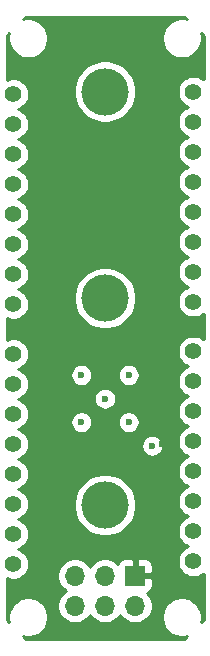
<source format=gbr>
G04 #@! TF.GenerationSoftware,KiCad,Pcbnew,5.1.5-52549c5~84~ubuntu18.04.1*
G04 #@! TF.CreationDate,2020-01-13T21:42:59-08:00*
G04 #@! TF.ProjectId,somos_wristband_1.0,736f6d6f-735f-4777-9269-737462616e64,rev?*
G04 #@! TF.SameCoordinates,Original*
G04 #@! TF.FileFunction,Copper,L3,Inr*
G04 #@! TF.FilePolarity,Positive*
%FSLAX46Y46*%
G04 Gerber Fmt 4.6, Leading zero omitted, Abs format (unit mm)*
G04 Created by KiCad (PCBNEW 5.1.5-52549c5~84~ubuntu18.04.1) date 2020-01-13 21:42:59*
%MOMM*%
%LPD*%
G04 APERTURE LIST*
%ADD10C,4.000000*%
%ADD11C,1.400000*%
%ADD12O,1.700000X1.700000*%
%ADD13R,1.700000X1.700000*%
%ADD14C,0.600000*%
%ADD15C,0.254000*%
G04 APERTURE END LIST*
D10*
X150000000Y-118000000D03*
D11*
X142240000Y-105220000D03*
X142240000Y-107760000D03*
X142240000Y-110300000D03*
X142240000Y-112840000D03*
X142240000Y-115380000D03*
X142240000Y-117920000D03*
X142240000Y-120460000D03*
X142240000Y-123000000D03*
D10*
X150000000Y-83000000D03*
X150000000Y-100500000D03*
D12*
X147460000Y-126540000D03*
X147460000Y-124000000D03*
X150000000Y-126540000D03*
X150000000Y-124000000D03*
X152540000Y-126540000D03*
D13*
X152540000Y-124000000D03*
D11*
X142240000Y-83220000D03*
X142240000Y-85760000D03*
X142240000Y-88300000D03*
X142240000Y-90840000D03*
X142240000Y-93380000D03*
X142240000Y-95920000D03*
X142240000Y-98460000D03*
X142240000Y-101000000D03*
X157480000Y-100780000D03*
X157480000Y-98240000D03*
X157480000Y-95700000D03*
X157480000Y-93160000D03*
X157480000Y-90620000D03*
X157480000Y-88080000D03*
X157480000Y-85540000D03*
X157480000Y-83000000D03*
X157480000Y-122780000D03*
X157480000Y-120240000D03*
X157480000Y-117700000D03*
X157480000Y-115160000D03*
X157480000Y-112620000D03*
X157480000Y-110080000D03*
X157480000Y-107540000D03*
X157480000Y-105000000D03*
D14*
X154800000Y-112800000D03*
X148698159Y-115000000D03*
X152350000Y-114000000D03*
X144970500Y-112014000D03*
X154000000Y-113000000D03*
X150000000Y-109000000D03*
X148000000Y-107000000D03*
X150000000Y-109000000D03*
X152000000Y-107000000D03*
X152000000Y-111000000D03*
X148000000Y-111000000D03*
D15*
G36*
X156935170Y-76868550D02*
G01*
X156665958Y-76815000D01*
X156334042Y-76815000D01*
X156008504Y-76879754D01*
X155701853Y-77006772D01*
X155425875Y-77191175D01*
X155191175Y-77425875D01*
X155006772Y-77701853D01*
X154879754Y-78008504D01*
X154815000Y-78334042D01*
X154815000Y-78665958D01*
X154879754Y-78991496D01*
X155006772Y-79298147D01*
X155191175Y-79574125D01*
X155425875Y-79808825D01*
X155701853Y-79993228D01*
X156008504Y-80120246D01*
X156334042Y-80185000D01*
X156665958Y-80185000D01*
X156991496Y-80120246D01*
X157298147Y-79993228D01*
X157574125Y-79808825D01*
X157808825Y-79574125D01*
X157993228Y-79298147D01*
X158120246Y-78991496D01*
X158185000Y-78665958D01*
X158185000Y-78334042D01*
X158131450Y-78064831D01*
X158340001Y-78273382D01*
X158340001Y-81972026D01*
X158331013Y-81963038D01*
X158112359Y-81816939D01*
X157869405Y-81716304D01*
X157611486Y-81665000D01*
X157348514Y-81665000D01*
X157090595Y-81716304D01*
X156847641Y-81816939D01*
X156628987Y-81963038D01*
X156443038Y-82148987D01*
X156296939Y-82367641D01*
X156196304Y-82610595D01*
X156145000Y-82868514D01*
X156145000Y-83131486D01*
X156196304Y-83389405D01*
X156296939Y-83632359D01*
X156443038Y-83851013D01*
X156628987Y-84036962D01*
X156847641Y-84183061D01*
X157057530Y-84270000D01*
X156847641Y-84356939D01*
X156628987Y-84503038D01*
X156443038Y-84688987D01*
X156296939Y-84907641D01*
X156196304Y-85150595D01*
X156145000Y-85408514D01*
X156145000Y-85671486D01*
X156196304Y-85929405D01*
X156296939Y-86172359D01*
X156443038Y-86391013D01*
X156628987Y-86576962D01*
X156847641Y-86723061D01*
X157057530Y-86810000D01*
X156847641Y-86896939D01*
X156628987Y-87043038D01*
X156443038Y-87228987D01*
X156296939Y-87447641D01*
X156196304Y-87690595D01*
X156145000Y-87948514D01*
X156145000Y-88211486D01*
X156196304Y-88469405D01*
X156296939Y-88712359D01*
X156443038Y-88931013D01*
X156628987Y-89116962D01*
X156847641Y-89263061D01*
X157057530Y-89350000D01*
X156847641Y-89436939D01*
X156628987Y-89583038D01*
X156443038Y-89768987D01*
X156296939Y-89987641D01*
X156196304Y-90230595D01*
X156145000Y-90488514D01*
X156145000Y-90751486D01*
X156196304Y-91009405D01*
X156296939Y-91252359D01*
X156443038Y-91471013D01*
X156628987Y-91656962D01*
X156847641Y-91803061D01*
X157057530Y-91890000D01*
X156847641Y-91976939D01*
X156628987Y-92123038D01*
X156443038Y-92308987D01*
X156296939Y-92527641D01*
X156196304Y-92770595D01*
X156145000Y-93028514D01*
X156145000Y-93291486D01*
X156196304Y-93549405D01*
X156296939Y-93792359D01*
X156443038Y-94011013D01*
X156628987Y-94196962D01*
X156847641Y-94343061D01*
X157057530Y-94430000D01*
X156847641Y-94516939D01*
X156628987Y-94663038D01*
X156443038Y-94848987D01*
X156296939Y-95067641D01*
X156196304Y-95310595D01*
X156145000Y-95568514D01*
X156145000Y-95831486D01*
X156196304Y-96089405D01*
X156296939Y-96332359D01*
X156443038Y-96551013D01*
X156628987Y-96736962D01*
X156847641Y-96883061D01*
X157057530Y-96970000D01*
X156847641Y-97056939D01*
X156628987Y-97203038D01*
X156443038Y-97388987D01*
X156296939Y-97607641D01*
X156196304Y-97850595D01*
X156145000Y-98108514D01*
X156145000Y-98371486D01*
X156196304Y-98629405D01*
X156296939Y-98872359D01*
X156443038Y-99091013D01*
X156628987Y-99276962D01*
X156847641Y-99423061D01*
X157057530Y-99510000D01*
X156847641Y-99596939D01*
X156628987Y-99743038D01*
X156443038Y-99928987D01*
X156296939Y-100147641D01*
X156196304Y-100390595D01*
X156145000Y-100648514D01*
X156145000Y-100911486D01*
X156196304Y-101169405D01*
X156296939Y-101412359D01*
X156443038Y-101631013D01*
X156628987Y-101816962D01*
X156847641Y-101963061D01*
X157090595Y-102063696D01*
X157348514Y-102115000D01*
X157611486Y-102115000D01*
X157869405Y-102063696D01*
X158112359Y-101963061D01*
X158331013Y-101816962D01*
X158340001Y-101807974D01*
X158340000Y-103972025D01*
X158331013Y-103963038D01*
X158112359Y-103816939D01*
X157869405Y-103716304D01*
X157611486Y-103665000D01*
X157348514Y-103665000D01*
X157090595Y-103716304D01*
X156847641Y-103816939D01*
X156628987Y-103963038D01*
X156443038Y-104148987D01*
X156296939Y-104367641D01*
X156196304Y-104610595D01*
X156145000Y-104868514D01*
X156145000Y-105131486D01*
X156196304Y-105389405D01*
X156296939Y-105632359D01*
X156443038Y-105851013D01*
X156628987Y-106036962D01*
X156847641Y-106183061D01*
X157057530Y-106270000D01*
X156847641Y-106356939D01*
X156628987Y-106503038D01*
X156443038Y-106688987D01*
X156296939Y-106907641D01*
X156196304Y-107150595D01*
X156145000Y-107408514D01*
X156145000Y-107671486D01*
X156196304Y-107929405D01*
X156296939Y-108172359D01*
X156443038Y-108391013D01*
X156628987Y-108576962D01*
X156847641Y-108723061D01*
X157057530Y-108810000D01*
X156847641Y-108896939D01*
X156628987Y-109043038D01*
X156443038Y-109228987D01*
X156296939Y-109447641D01*
X156196304Y-109690595D01*
X156145000Y-109948514D01*
X156145000Y-110211486D01*
X156196304Y-110469405D01*
X156296939Y-110712359D01*
X156443038Y-110931013D01*
X156628987Y-111116962D01*
X156847641Y-111263061D01*
X157057530Y-111350000D01*
X156847641Y-111436939D01*
X156628987Y-111583038D01*
X156443038Y-111768987D01*
X156296939Y-111987641D01*
X156196304Y-112230595D01*
X156145000Y-112488514D01*
X156145000Y-112751486D01*
X156196304Y-113009405D01*
X156296939Y-113252359D01*
X156443038Y-113471013D01*
X156628987Y-113656962D01*
X156847641Y-113803061D01*
X157057530Y-113890000D01*
X156847641Y-113976939D01*
X156628987Y-114123038D01*
X156443038Y-114308987D01*
X156296939Y-114527641D01*
X156196304Y-114770595D01*
X156145000Y-115028514D01*
X156145000Y-115291486D01*
X156196304Y-115549405D01*
X156296939Y-115792359D01*
X156443038Y-116011013D01*
X156628987Y-116196962D01*
X156847641Y-116343061D01*
X157057530Y-116430000D01*
X156847641Y-116516939D01*
X156628987Y-116663038D01*
X156443038Y-116848987D01*
X156296939Y-117067641D01*
X156196304Y-117310595D01*
X156145000Y-117568514D01*
X156145000Y-117831486D01*
X156196304Y-118089405D01*
X156296939Y-118332359D01*
X156443038Y-118551013D01*
X156628987Y-118736962D01*
X156847641Y-118883061D01*
X157057530Y-118970000D01*
X156847641Y-119056939D01*
X156628987Y-119203038D01*
X156443038Y-119388987D01*
X156296939Y-119607641D01*
X156196304Y-119850595D01*
X156145000Y-120108514D01*
X156145000Y-120371486D01*
X156196304Y-120629405D01*
X156296939Y-120872359D01*
X156443038Y-121091013D01*
X156628987Y-121276962D01*
X156847641Y-121423061D01*
X157057530Y-121510000D01*
X156847641Y-121596939D01*
X156628987Y-121743038D01*
X156443038Y-121928987D01*
X156296939Y-122147641D01*
X156196304Y-122390595D01*
X156145000Y-122648514D01*
X156145000Y-122911486D01*
X156196304Y-123169405D01*
X156296939Y-123412359D01*
X156443038Y-123631013D01*
X156628987Y-123816962D01*
X156847641Y-123963061D01*
X157090595Y-124063696D01*
X157348514Y-124115000D01*
X157611486Y-124115000D01*
X157869405Y-124063696D01*
X158112359Y-123963061D01*
X158331013Y-123816962D01*
X158340000Y-123807975D01*
X158340000Y-127726619D01*
X158131450Y-127935169D01*
X158185000Y-127665958D01*
X158185000Y-127334042D01*
X158120246Y-127008504D01*
X157993228Y-126701853D01*
X157808825Y-126425875D01*
X157574125Y-126191175D01*
X157298147Y-126006772D01*
X156991496Y-125879754D01*
X156665958Y-125815000D01*
X156334042Y-125815000D01*
X156008504Y-125879754D01*
X155701853Y-126006772D01*
X155425875Y-126191175D01*
X155191175Y-126425875D01*
X155006772Y-126701853D01*
X154879754Y-127008504D01*
X154815000Y-127334042D01*
X154815000Y-127665958D01*
X154879754Y-127991496D01*
X155006772Y-128298147D01*
X155191175Y-128574125D01*
X155425875Y-128808825D01*
X155701853Y-128993228D01*
X156008504Y-129120246D01*
X156334042Y-129185000D01*
X156665958Y-129185000D01*
X156935170Y-129131450D01*
X156726620Y-129340000D01*
X143273381Y-129340000D01*
X143064831Y-129131450D01*
X143334042Y-129185000D01*
X143665958Y-129185000D01*
X143991496Y-129120246D01*
X144298147Y-128993228D01*
X144574125Y-128808825D01*
X144808825Y-128574125D01*
X144993228Y-128298147D01*
X145120246Y-127991496D01*
X145185000Y-127665958D01*
X145185000Y-127334042D01*
X145120246Y-127008504D01*
X144993228Y-126701853D01*
X144808825Y-126425875D01*
X144574125Y-126191175D01*
X144298147Y-126006772D01*
X143991496Y-125879754D01*
X143665958Y-125815000D01*
X143334042Y-125815000D01*
X143008504Y-125879754D01*
X142701853Y-126006772D01*
X142425875Y-126191175D01*
X142191175Y-126425875D01*
X142006772Y-126701853D01*
X141879754Y-127008504D01*
X141815000Y-127334042D01*
X141815000Y-127665958D01*
X141868550Y-127935170D01*
X141660000Y-127726620D01*
X141660000Y-124204749D01*
X141850595Y-124283696D01*
X142108514Y-124335000D01*
X142371486Y-124335000D01*
X142629405Y-124283696D01*
X142872359Y-124183061D01*
X143091013Y-124036962D01*
X143274235Y-123853740D01*
X145975000Y-123853740D01*
X145975000Y-124146260D01*
X146032068Y-124433158D01*
X146144010Y-124703411D01*
X146306525Y-124946632D01*
X146513368Y-125153475D01*
X146687760Y-125270000D01*
X146513368Y-125386525D01*
X146306525Y-125593368D01*
X146144010Y-125836589D01*
X146032068Y-126106842D01*
X145975000Y-126393740D01*
X145975000Y-126686260D01*
X146032068Y-126973158D01*
X146144010Y-127243411D01*
X146306525Y-127486632D01*
X146513368Y-127693475D01*
X146756589Y-127855990D01*
X147026842Y-127967932D01*
X147313740Y-128025000D01*
X147606260Y-128025000D01*
X147893158Y-127967932D01*
X148163411Y-127855990D01*
X148406632Y-127693475D01*
X148613475Y-127486632D01*
X148730000Y-127312240D01*
X148846525Y-127486632D01*
X149053368Y-127693475D01*
X149296589Y-127855990D01*
X149566842Y-127967932D01*
X149853740Y-128025000D01*
X150146260Y-128025000D01*
X150433158Y-127967932D01*
X150703411Y-127855990D01*
X150946632Y-127693475D01*
X151153475Y-127486632D01*
X151270000Y-127312240D01*
X151386525Y-127486632D01*
X151593368Y-127693475D01*
X151836589Y-127855990D01*
X152106842Y-127967932D01*
X152393740Y-128025000D01*
X152686260Y-128025000D01*
X152973158Y-127967932D01*
X153243411Y-127855990D01*
X153486632Y-127693475D01*
X153693475Y-127486632D01*
X153855990Y-127243411D01*
X153967932Y-126973158D01*
X154025000Y-126686260D01*
X154025000Y-126393740D01*
X153967932Y-126106842D01*
X153855990Y-125836589D01*
X153693475Y-125593368D01*
X153561620Y-125461513D01*
X153634180Y-125439502D01*
X153744494Y-125380537D01*
X153841185Y-125301185D01*
X153920537Y-125204494D01*
X153979502Y-125094180D01*
X154015812Y-124974482D01*
X154028072Y-124850000D01*
X154025000Y-124285750D01*
X153866250Y-124127000D01*
X152667000Y-124127000D01*
X152667000Y-124147000D01*
X152413000Y-124147000D01*
X152413000Y-124127000D01*
X152393000Y-124127000D01*
X152393000Y-123873000D01*
X152413000Y-123873000D01*
X152413000Y-122673750D01*
X152667000Y-122673750D01*
X152667000Y-123873000D01*
X153866250Y-123873000D01*
X154025000Y-123714250D01*
X154028072Y-123150000D01*
X154015812Y-123025518D01*
X153979502Y-122905820D01*
X153920537Y-122795506D01*
X153841185Y-122698815D01*
X153744494Y-122619463D01*
X153634180Y-122560498D01*
X153514482Y-122524188D01*
X153390000Y-122511928D01*
X152825750Y-122515000D01*
X152667000Y-122673750D01*
X152413000Y-122673750D01*
X152254250Y-122515000D01*
X151690000Y-122511928D01*
X151565518Y-122524188D01*
X151445820Y-122560498D01*
X151335506Y-122619463D01*
X151238815Y-122698815D01*
X151159463Y-122795506D01*
X151100498Y-122905820D01*
X151078487Y-122978380D01*
X150946632Y-122846525D01*
X150703411Y-122684010D01*
X150433158Y-122572068D01*
X150146260Y-122515000D01*
X149853740Y-122515000D01*
X149566842Y-122572068D01*
X149296589Y-122684010D01*
X149053368Y-122846525D01*
X148846525Y-123053368D01*
X148730000Y-123227760D01*
X148613475Y-123053368D01*
X148406632Y-122846525D01*
X148163411Y-122684010D01*
X147893158Y-122572068D01*
X147606260Y-122515000D01*
X147313740Y-122515000D01*
X147026842Y-122572068D01*
X146756589Y-122684010D01*
X146513368Y-122846525D01*
X146306525Y-123053368D01*
X146144010Y-123296589D01*
X146032068Y-123566842D01*
X145975000Y-123853740D01*
X143274235Y-123853740D01*
X143276962Y-123851013D01*
X143423061Y-123632359D01*
X143523696Y-123389405D01*
X143575000Y-123131486D01*
X143575000Y-122868514D01*
X143523696Y-122610595D01*
X143423061Y-122367641D01*
X143276962Y-122148987D01*
X143091013Y-121963038D01*
X142872359Y-121816939D01*
X142662470Y-121730000D01*
X142872359Y-121643061D01*
X143091013Y-121496962D01*
X143276962Y-121311013D01*
X143423061Y-121092359D01*
X143523696Y-120849405D01*
X143575000Y-120591486D01*
X143575000Y-120328514D01*
X143523696Y-120070595D01*
X143423061Y-119827641D01*
X143276962Y-119608987D01*
X143091013Y-119423038D01*
X142872359Y-119276939D01*
X142662470Y-119190000D01*
X142872359Y-119103061D01*
X143091013Y-118956962D01*
X143276962Y-118771013D01*
X143423061Y-118552359D01*
X143523696Y-118309405D01*
X143575000Y-118051486D01*
X143575000Y-117788514D01*
X143565445Y-117740475D01*
X147365000Y-117740475D01*
X147365000Y-118259525D01*
X147466261Y-118768601D01*
X147664893Y-119248141D01*
X147953262Y-119679715D01*
X148320285Y-120046738D01*
X148751859Y-120335107D01*
X149231399Y-120533739D01*
X149740475Y-120635000D01*
X150259525Y-120635000D01*
X150768601Y-120533739D01*
X151248141Y-120335107D01*
X151679715Y-120046738D01*
X152046738Y-119679715D01*
X152335107Y-119248141D01*
X152533739Y-118768601D01*
X152635000Y-118259525D01*
X152635000Y-117740475D01*
X152533739Y-117231399D01*
X152335107Y-116751859D01*
X152046738Y-116320285D01*
X151679715Y-115953262D01*
X151248141Y-115664893D01*
X150768601Y-115466261D01*
X150259525Y-115365000D01*
X149740475Y-115365000D01*
X149231399Y-115466261D01*
X148751859Y-115664893D01*
X148320285Y-115953262D01*
X147953262Y-116320285D01*
X147664893Y-116751859D01*
X147466261Y-117231399D01*
X147365000Y-117740475D01*
X143565445Y-117740475D01*
X143523696Y-117530595D01*
X143423061Y-117287641D01*
X143276962Y-117068987D01*
X143091013Y-116883038D01*
X142872359Y-116736939D01*
X142662470Y-116650000D01*
X142872359Y-116563061D01*
X143091013Y-116416962D01*
X143276962Y-116231013D01*
X143423061Y-116012359D01*
X143523696Y-115769405D01*
X143575000Y-115511486D01*
X143575000Y-115248514D01*
X143523696Y-114990595D01*
X143423061Y-114747641D01*
X143276962Y-114528987D01*
X143091013Y-114343038D01*
X142872359Y-114196939D01*
X142662470Y-114110000D01*
X142872359Y-114023061D01*
X143091013Y-113876962D01*
X143276962Y-113691013D01*
X143423061Y-113472359D01*
X143523696Y-113229405D01*
X143575000Y-112971486D01*
X143575000Y-112907911D01*
X153065000Y-112907911D01*
X153065000Y-113092089D01*
X153100932Y-113272729D01*
X153171414Y-113442889D01*
X153273738Y-113596028D01*
X153403972Y-113726262D01*
X153557111Y-113828586D01*
X153727271Y-113899068D01*
X153907911Y-113935000D01*
X154092089Y-113935000D01*
X154272729Y-113899068D01*
X154442889Y-113828586D01*
X154596028Y-113726262D01*
X154726262Y-113596028D01*
X154828586Y-113442889D01*
X154899068Y-113272729D01*
X154935000Y-113092089D01*
X154935000Y-112907911D01*
X154899068Y-112727271D01*
X154828586Y-112557111D01*
X154726262Y-112403972D01*
X154596028Y-112273738D01*
X154442889Y-112171414D01*
X154272729Y-112100932D01*
X154092089Y-112065000D01*
X153907911Y-112065000D01*
X153727271Y-112100932D01*
X153557111Y-112171414D01*
X153403972Y-112273738D01*
X153273738Y-112403972D01*
X153171414Y-112557111D01*
X153100932Y-112727271D01*
X153065000Y-112907911D01*
X143575000Y-112907911D01*
X143575000Y-112708514D01*
X143523696Y-112450595D01*
X143423061Y-112207641D01*
X143276962Y-111988987D01*
X143091013Y-111803038D01*
X142872359Y-111656939D01*
X142662470Y-111570000D01*
X142872359Y-111483061D01*
X143091013Y-111336962D01*
X143276962Y-111151013D01*
X143423061Y-110932359D01*
X143433187Y-110907911D01*
X147065000Y-110907911D01*
X147065000Y-111092089D01*
X147100932Y-111272729D01*
X147171414Y-111442889D01*
X147273738Y-111596028D01*
X147403972Y-111726262D01*
X147557111Y-111828586D01*
X147727271Y-111899068D01*
X147907911Y-111935000D01*
X148092089Y-111935000D01*
X148272729Y-111899068D01*
X148442889Y-111828586D01*
X148596028Y-111726262D01*
X148726262Y-111596028D01*
X148828586Y-111442889D01*
X148899068Y-111272729D01*
X148935000Y-111092089D01*
X148935000Y-110907911D01*
X151065000Y-110907911D01*
X151065000Y-111092089D01*
X151100932Y-111272729D01*
X151171414Y-111442889D01*
X151273738Y-111596028D01*
X151403972Y-111726262D01*
X151557111Y-111828586D01*
X151727271Y-111899068D01*
X151907911Y-111935000D01*
X152092089Y-111935000D01*
X152272729Y-111899068D01*
X152442889Y-111828586D01*
X152596028Y-111726262D01*
X152726262Y-111596028D01*
X152828586Y-111442889D01*
X152899068Y-111272729D01*
X152935000Y-111092089D01*
X152935000Y-110907911D01*
X152899068Y-110727271D01*
X152828586Y-110557111D01*
X152726262Y-110403972D01*
X152596028Y-110273738D01*
X152442889Y-110171414D01*
X152272729Y-110100932D01*
X152092089Y-110065000D01*
X151907911Y-110065000D01*
X151727271Y-110100932D01*
X151557111Y-110171414D01*
X151403972Y-110273738D01*
X151273738Y-110403972D01*
X151171414Y-110557111D01*
X151100932Y-110727271D01*
X151065000Y-110907911D01*
X148935000Y-110907911D01*
X148899068Y-110727271D01*
X148828586Y-110557111D01*
X148726262Y-110403972D01*
X148596028Y-110273738D01*
X148442889Y-110171414D01*
X148272729Y-110100932D01*
X148092089Y-110065000D01*
X147907911Y-110065000D01*
X147727271Y-110100932D01*
X147557111Y-110171414D01*
X147403972Y-110273738D01*
X147273738Y-110403972D01*
X147171414Y-110557111D01*
X147100932Y-110727271D01*
X147065000Y-110907911D01*
X143433187Y-110907911D01*
X143523696Y-110689405D01*
X143575000Y-110431486D01*
X143575000Y-110168514D01*
X143523696Y-109910595D01*
X143423061Y-109667641D01*
X143276962Y-109448987D01*
X143091013Y-109263038D01*
X142872359Y-109116939D01*
X142662470Y-109030000D01*
X142872359Y-108943061D01*
X142924965Y-108907911D01*
X149065000Y-108907911D01*
X149065000Y-109092089D01*
X149100932Y-109272729D01*
X149171414Y-109442889D01*
X149273738Y-109596028D01*
X149403972Y-109726262D01*
X149557111Y-109828586D01*
X149727271Y-109899068D01*
X149907911Y-109935000D01*
X150092089Y-109935000D01*
X150272729Y-109899068D01*
X150442889Y-109828586D01*
X150596028Y-109726262D01*
X150726262Y-109596028D01*
X150828586Y-109442889D01*
X150899068Y-109272729D01*
X150935000Y-109092089D01*
X150935000Y-108907911D01*
X150899068Y-108727271D01*
X150828586Y-108557111D01*
X150726262Y-108403972D01*
X150596028Y-108273738D01*
X150442889Y-108171414D01*
X150272729Y-108100932D01*
X150092089Y-108065000D01*
X149907911Y-108065000D01*
X149727271Y-108100932D01*
X149557111Y-108171414D01*
X149403972Y-108273738D01*
X149273738Y-108403972D01*
X149171414Y-108557111D01*
X149100932Y-108727271D01*
X149065000Y-108907911D01*
X142924965Y-108907911D01*
X143091013Y-108796962D01*
X143276962Y-108611013D01*
X143423061Y-108392359D01*
X143523696Y-108149405D01*
X143575000Y-107891486D01*
X143575000Y-107628514D01*
X143523696Y-107370595D01*
X143423061Y-107127641D01*
X143276962Y-106908987D01*
X143275886Y-106907911D01*
X147065000Y-106907911D01*
X147065000Y-107092089D01*
X147100932Y-107272729D01*
X147171414Y-107442889D01*
X147273738Y-107596028D01*
X147403972Y-107726262D01*
X147557111Y-107828586D01*
X147727271Y-107899068D01*
X147907911Y-107935000D01*
X148092089Y-107935000D01*
X148272729Y-107899068D01*
X148442889Y-107828586D01*
X148596028Y-107726262D01*
X148726262Y-107596028D01*
X148828586Y-107442889D01*
X148899068Y-107272729D01*
X148935000Y-107092089D01*
X148935000Y-106907911D01*
X151065000Y-106907911D01*
X151065000Y-107092089D01*
X151100932Y-107272729D01*
X151171414Y-107442889D01*
X151273738Y-107596028D01*
X151403972Y-107726262D01*
X151557111Y-107828586D01*
X151727271Y-107899068D01*
X151907911Y-107935000D01*
X152092089Y-107935000D01*
X152272729Y-107899068D01*
X152442889Y-107828586D01*
X152596028Y-107726262D01*
X152726262Y-107596028D01*
X152828586Y-107442889D01*
X152899068Y-107272729D01*
X152935000Y-107092089D01*
X152935000Y-106907911D01*
X152899068Y-106727271D01*
X152828586Y-106557111D01*
X152726262Y-106403972D01*
X152596028Y-106273738D01*
X152442889Y-106171414D01*
X152272729Y-106100932D01*
X152092089Y-106065000D01*
X151907911Y-106065000D01*
X151727271Y-106100932D01*
X151557111Y-106171414D01*
X151403972Y-106273738D01*
X151273738Y-106403972D01*
X151171414Y-106557111D01*
X151100932Y-106727271D01*
X151065000Y-106907911D01*
X148935000Y-106907911D01*
X148899068Y-106727271D01*
X148828586Y-106557111D01*
X148726262Y-106403972D01*
X148596028Y-106273738D01*
X148442889Y-106171414D01*
X148272729Y-106100932D01*
X148092089Y-106065000D01*
X147907911Y-106065000D01*
X147727271Y-106100932D01*
X147557111Y-106171414D01*
X147403972Y-106273738D01*
X147273738Y-106403972D01*
X147171414Y-106557111D01*
X147100932Y-106727271D01*
X147065000Y-106907911D01*
X143275886Y-106907911D01*
X143091013Y-106723038D01*
X142872359Y-106576939D01*
X142662470Y-106490000D01*
X142872359Y-106403061D01*
X143091013Y-106256962D01*
X143276962Y-106071013D01*
X143423061Y-105852359D01*
X143523696Y-105609405D01*
X143575000Y-105351486D01*
X143575000Y-105088514D01*
X143523696Y-104830595D01*
X143423061Y-104587641D01*
X143276962Y-104368987D01*
X143091013Y-104183038D01*
X142872359Y-104036939D01*
X142629405Y-103936304D01*
X142371486Y-103885000D01*
X142108514Y-103885000D01*
X141850595Y-103936304D01*
X141660000Y-104015251D01*
X141660000Y-102204749D01*
X141850595Y-102283696D01*
X142108514Y-102335000D01*
X142371486Y-102335000D01*
X142629405Y-102283696D01*
X142872359Y-102183061D01*
X143091013Y-102036962D01*
X143276962Y-101851013D01*
X143423061Y-101632359D01*
X143523696Y-101389405D01*
X143575000Y-101131486D01*
X143575000Y-100868514D01*
X143523696Y-100610595D01*
X143423061Y-100367641D01*
X143338092Y-100240475D01*
X147365000Y-100240475D01*
X147365000Y-100759525D01*
X147466261Y-101268601D01*
X147664893Y-101748141D01*
X147953262Y-102179715D01*
X148320285Y-102546738D01*
X148751859Y-102835107D01*
X149231399Y-103033739D01*
X149740475Y-103135000D01*
X150259525Y-103135000D01*
X150768601Y-103033739D01*
X151248141Y-102835107D01*
X151679715Y-102546738D01*
X152046738Y-102179715D01*
X152335107Y-101748141D01*
X152533739Y-101268601D01*
X152635000Y-100759525D01*
X152635000Y-100240475D01*
X152533739Y-99731399D01*
X152335107Y-99251859D01*
X152046738Y-98820285D01*
X151679715Y-98453262D01*
X151248141Y-98164893D01*
X150768601Y-97966261D01*
X150259525Y-97865000D01*
X149740475Y-97865000D01*
X149231399Y-97966261D01*
X148751859Y-98164893D01*
X148320285Y-98453262D01*
X147953262Y-98820285D01*
X147664893Y-99251859D01*
X147466261Y-99731399D01*
X147365000Y-100240475D01*
X143338092Y-100240475D01*
X143276962Y-100148987D01*
X143091013Y-99963038D01*
X142872359Y-99816939D01*
X142662470Y-99730000D01*
X142872359Y-99643061D01*
X143091013Y-99496962D01*
X143276962Y-99311013D01*
X143423061Y-99092359D01*
X143523696Y-98849405D01*
X143575000Y-98591486D01*
X143575000Y-98328514D01*
X143523696Y-98070595D01*
X143423061Y-97827641D01*
X143276962Y-97608987D01*
X143091013Y-97423038D01*
X142872359Y-97276939D01*
X142662470Y-97190000D01*
X142872359Y-97103061D01*
X143091013Y-96956962D01*
X143276962Y-96771013D01*
X143423061Y-96552359D01*
X143523696Y-96309405D01*
X143575000Y-96051486D01*
X143575000Y-95788514D01*
X143523696Y-95530595D01*
X143423061Y-95287641D01*
X143276962Y-95068987D01*
X143091013Y-94883038D01*
X142872359Y-94736939D01*
X142662470Y-94650000D01*
X142872359Y-94563061D01*
X143091013Y-94416962D01*
X143276962Y-94231013D01*
X143423061Y-94012359D01*
X143523696Y-93769405D01*
X143575000Y-93511486D01*
X143575000Y-93248514D01*
X143523696Y-92990595D01*
X143423061Y-92747641D01*
X143276962Y-92528987D01*
X143091013Y-92343038D01*
X142872359Y-92196939D01*
X142662470Y-92110000D01*
X142872359Y-92023061D01*
X143091013Y-91876962D01*
X143276962Y-91691013D01*
X143423061Y-91472359D01*
X143523696Y-91229405D01*
X143575000Y-90971486D01*
X143575000Y-90708514D01*
X143523696Y-90450595D01*
X143423061Y-90207641D01*
X143276962Y-89988987D01*
X143091013Y-89803038D01*
X142872359Y-89656939D01*
X142662470Y-89570000D01*
X142872359Y-89483061D01*
X143091013Y-89336962D01*
X143276962Y-89151013D01*
X143423061Y-88932359D01*
X143523696Y-88689405D01*
X143575000Y-88431486D01*
X143575000Y-88168514D01*
X143523696Y-87910595D01*
X143423061Y-87667641D01*
X143276962Y-87448987D01*
X143091013Y-87263038D01*
X142872359Y-87116939D01*
X142662470Y-87030000D01*
X142872359Y-86943061D01*
X143091013Y-86796962D01*
X143276962Y-86611013D01*
X143423061Y-86392359D01*
X143523696Y-86149405D01*
X143575000Y-85891486D01*
X143575000Y-85628514D01*
X143523696Y-85370595D01*
X143423061Y-85127641D01*
X143276962Y-84908987D01*
X143091013Y-84723038D01*
X142872359Y-84576939D01*
X142662470Y-84490000D01*
X142872359Y-84403061D01*
X143091013Y-84256962D01*
X143276962Y-84071013D01*
X143423061Y-83852359D01*
X143523696Y-83609405D01*
X143575000Y-83351486D01*
X143575000Y-83088514D01*
X143523696Y-82830595D01*
X143486368Y-82740475D01*
X147365000Y-82740475D01*
X147365000Y-83259525D01*
X147466261Y-83768601D01*
X147664893Y-84248141D01*
X147953262Y-84679715D01*
X148320285Y-85046738D01*
X148751859Y-85335107D01*
X149231399Y-85533739D01*
X149740475Y-85635000D01*
X150259525Y-85635000D01*
X150768601Y-85533739D01*
X151248141Y-85335107D01*
X151679715Y-85046738D01*
X152046738Y-84679715D01*
X152335107Y-84248141D01*
X152533739Y-83768601D01*
X152635000Y-83259525D01*
X152635000Y-82740475D01*
X152533739Y-82231399D01*
X152335107Y-81751859D01*
X152046738Y-81320285D01*
X151679715Y-80953262D01*
X151248141Y-80664893D01*
X150768601Y-80466261D01*
X150259525Y-80365000D01*
X149740475Y-80365000D01*
X149231399Y-80466261D01*
X148751859Y-80664893D01*
X148320285Y-80953262D01*
X147953262Y-81320285D01*
X147664893Y-81751859D01*
X147466261Y-82231399D01*
X147365000Y-82740475D01*
X143486368Y-82740475D01*
X143423061Y-82587641D01*
X143276962Y-82368987D01*
X143091013Y-82183038D01*
X142872359Y-82036939D01*
X142629405Y-81936304D01*
X142371486Y-81885000D01*
X142108514Y-81885000D01*
X141850595Y-81936304D01*
X141660000Y-82015251D01*
X141660000Y-78273380D01*
X141868550Y-78064830D01*
X141815000Y-78334042D01*
X141815000Y-78665958D01*
X141879754Y-78991496D01*
X142006772Y-79298147D01*
X142191175Y-79574125D01*
X142425875Y-79808825D01*
X142701853Y-79993228D01*
X143008504Y-80120246D01*
X143334042Y-80185000D01*
X143665958Y-80185000D01*
X143991496Y-80120246D01*
X144298147Y-79993228D01*
X144574125Y-79808825D01*
X144808825Y-79574125D01*
X144993228Y-79298147D01*
X145120246Y-78991496D01*
X145185000Y-78665958D01*
X145185000Y-78334042D01*
X145120246Y-78008504D01*
X144993228Y-77701853D01*
X144808825Y-77425875D01*
X144574125Y-77191175D01*
X144298147Y-77006772D01*
X143991496Y-76879754D01*
X143665958Y-76815000D01*
X143334042Y-76815000D01*
X143064831Y-76868550D01*
X143273381Y-76660000D01*
X156726620Y-76660000D01*
X156935170Y-76868550D01*
G37*
X156935170Y-76868550D02*
X156665958Y-76815000D01*
X156334042Y-76815000D01*
X156008504Y-76879754D01*
X155701853Y-77006772D01*
X155425875Y-77191175D01*
X155191175Y-77425875D01*
X155006772Y-77701853D01*
X154879754Y-78008504D01*
X154815000Y-78334042D01*
X154815000Y-78665958D01*
X154879754Y-78991496D01*
X155006772Y-79298147D01*
X155191175Y-79574125D01*
X155425875Y-79808825D01*
X155701853Y-79993228D01*
X156008504Y-80120246D01*
X156334042Y-80185000D01*
X156665958Y-80185000D01*
X156991496Y-80120246D01*
X157298147Y-79993228D01*
X157574125Y-79808825D01*
X157808825Y-79574125D01*
X157993228Y-79298147D01*
X158120246Y-78991496D01*
X158185000Y-78665958D01*
X158185000Y-78334042D01*
X158131450Y-78064831D01*
X158340001Y-78273382D01*
X158340001Y-81972026D01*
X158331013Y-81963038D01*
X158112359Y-81816939D01*
X157869405Y-81716304D01*
X157611486Y-81665000D01*
X157348514Y-81665000D01*
X157090595Y-81716304D01*
X156847641Y-81816939D01*
X156628987Y-81963038D01*
X156443038Y-82148987D01*
X156296939Y-82367641D01*
X156196304Y-82610595D01*
X156145000Y-82868514D01*
X156145000Y-83131486D01*
X156196304Y-83389405D01*
X156296939Y-83632359D01*
X156443038Y-83851013D01*
X156628987Y-84036962D01*
X156847641Y-84183061D01*
X157057530Y-84270000D01*
X156847641Y-84356939D01*
X156628987Y-84503038D01*
X156443038Y-84688987D01*
X156296939Y-84907641D01*
X156196304Y-85150595D01*
X156145000Y-85408514D01*
X156145000Y-85671486D01*
X156196304Y-85929405D01*
X156296939Y-86172359D01*
X156443038Y-86391013D01*
X156628987Y-86576962D01*
X156847641Y-86723061D01*
X157057530Y-86810000D01*
X156847641Y-86896939D01*
X156628987Y-87043038D01*
X156443038Y-87228987D01*
X156296939Y-87447641D01*
X156196304Y-87690595D01*
X156145000Y-87948514D01*
X156145000Y-88211486D01*
X156196304Y-88469405D01*
X156296939Y-88712359D01*
X156443038Y-88931013D01*
X156628987Y-89116962D01*
X156847641Y-89263061D01*
X157057530Y-89350000D01*
X156847641Y-89436939D01*
X156628987Y-89583038D01*
X156443038Y-89768987D01*
X156296939Y-89987641D01*
X156196304Y-90230595D01*
X156145000Y-90488514D01*
X156145000Y-90751486D01*
X156196304Y-91009405D01*
X156296939Y-91252359D01*
X156443038Y-91471013D01*
X156628987Y-91656962D01*
X156847641Y-91803061D01*
X157057530Y-91890000D01*
X156847641Y-91976939D01*
X156628987Y-92123038D01*
X156443038Y-92308987D01*
X156296939Y-92527641D01*
X156196304Y-92770595D01*
X156145000Y-93028514D01*
X156145000Y-93291486D01*
X156196304Y-93549405D01*
X156296939Y-93792359D01*
X156443038Y-94011013D01*
X156628987Y-94196962D01*
X156847641Y-94343061D01*
X157057530Y-94430000D01*
X156847641Y-94516939D01*
X156628987Y-94663038D01*
X156443038Y-94848987D01*
X156296939Y-95067641D01*
X156196304Y-95310595D01*
X156145000Y-95568514D01*
X156145000Y-95831486D01*
X156196304Y-96089405D01*
X156296939Y-96332359D01*
X156443038Y-96551013D01*
X156628987Y-96736962D01*
X156847641Y-96883061D01*
X157057530Y-96970000D01*
X156847641Y-97056939D01*
X156628987Y-97203038D01*
X156443038Y-97388987D01*
X156296939Y-97607641D01*
X156196304Y-97850595D01*
X156145000Y-98108514D01*
X156145000Y-98371486D01*
X156196304Y-98629405D01*
X156296939Y-98872359D01*
X156443038Y-99091013D01*
X156628987Y-99276962D01*
X156847641Y-99423061D01*
X157057530Y-99510000D01*
X156847641Y-99596939D01*
X156628987Y-99743038D01*
X156443038Y-99928987D01*
X156296939Y-100147641D01*
X156196304Y-100390595D01*
X156145000Y-100648514D01*
X156145000Y-100911486D01*
X156196304Y-101169405D01*
X156296939Y-101412359D01*
X156443038Y-101631013D01*
X156628987Y-101816962D01*
X156847641Y-101963061D01*
X157090595Y-102063696D01*
X157348514Y-102115000D01*
X157611486Y-102115000D01*
X157869405Y-102063696D01*
X158112359Y-101963061D01*
X158331013Y-101816962D01*
X158340001Y-101807974D01*
X158340000Y-103972025D01*
X158331013Y-103963038D01*
X158112359Y-103816939D01*
X157869405Y-103716304D01*
X157611486Y-103665000D01*
X157348514Y-103665000D01*
X157090595Y-103716304D01*
X156847641Y-103816939D01*
X156628987Y-103963038D01*
X156443038Y-104148987D01*
X156296939Y-104367641D01*
X156196304Y-104610595D01*
X156145000Y-104868514D01*
X156145000Y-105131486D01*
X156196304Y-105389405D01*
X156296939Y-105632359D01*
X156443038Y-105851013D01*
X156628987Y-106036962D01*
X156847641Y-106183061D01*
X157057530Y-106270000D01*
X156847641Y-106356939D01*
X156628987Y-106503038D01*
X156443038Y-106688987D01*
X156296939Y-106907641D01*
X156196304Y-107150595D01*
X156145000Y-107408514D01*
X156145000Y-107671486D01*
X156196304Y-107929405D01*
X156296939Y-108172359D01*
X156443038Y-108391013D01*
X156628987Y-108576962D01*
X156847641Y-108723061D01*
X157057530Y-108810000D01*
X156847641Y-108896939D01*
X156628987Y-109043038D01*
X156443038Y-109228987D01*
X156296939Y-109447641D01*
X156196304Y-109690595D01*
X156145000Y-109948514D01*
X156145000Y-110211486D01*
X156196304Y-110469405D01*
X156296939Y-110712359D01*
X156443038Y-110931013D01*
X156628987Y-111116962D01*
X156847641Y-111263061D01*
X157057530Y-111350000D01*
X156847641Y-111436939D01*
X156628987Y-111583038D01*
X156443038Y-111768987D01*
X156296939Y-111987641D01*
X156196304Y-112230595D01*
X156145000Y-112488514D01*
X156145000Y-112751486D01*
X156196304Y-113009405D01*
X156296939Y-113252359D01*
X156443038Y-113471013D01*
X156628987Y-113656962D01*
X156847641Y-113803061D01*
X157057530Y-113890000D01*
X156847641Y-113976939D01*
X156628987Y-114123038D01*
X156443038Y-114308987D01*
X156296939Y-114527641D01*
X156196304Y-114770595D01*
X156145000Y-115028514D01*
X156145000Y-115291486D01*
X156196304Y-115549405D01*
X156296939Y-115792359D01*
X156443038Y-116011013D01*
X156628987Y-116196962D01*
X156847641Y-116343061D01*
X157057530Y-116430000D01*
X156847641Y-116516939D01*
X156628987Y-116663038D01*
X156443038Y-116848987D01*
X156296939Y-117067641D01*
X156196304Y-117310595D01*
X156145000Y-117568514D01*
X156145000Y-117831486D01*
X156196304Y-118089405D01*
X156296939Y-118332359D01*
X156443038Y-118551013D01*
X156628987Y-118736962D01*
X156847641Y-118883061D01*
X157057530Y-118970000D01*
X156847641Y-119056939D01*
X156628987Y-119203038D01*
X156443038Y-119388987D01*
X156296939Y-119607641D01*
X156196304Y-119850595D01*
X156145000Y-120108514D01*
X156145000Y-120371486D01*
X156196304Y-120629405D01*
X156296939Y-120872359D01*
X156443038Y-121091013D01*
X156628987Y-121276962D01*
X156847641Y-121423061D01*
X157057530Y-121510000D01*
X156847641Y-121596939D01*
X156628987Y-121743038D01*
X156443038Y-121928987D01*
X156296939Y-122147641D01*
X156196304Y-122390595D01*
X156145000Y-122648514D01*
X156145000Y-122911486D01*
X156196304Y-123169405D01*
X156296939Y-123412359D01*
X156443038Y-123631013D01*
X156628987Y-123816962D01*
X156847641Y-123963061D01*
X157090595Y-124063696D01*
X157348514Y-124115000D01*
X157611486Y-124115000D01*
X157869405Y-124063696D01*
X158112359Y-123963061D01*
X158331013Y-123816962D01*
X158340000Y-123807975D01*
X158340000Y-127726619D01*
X158131450Y-127935169D01*
X158185000Y-127665958D01*
X158185000Y-127334042D01*
X158120246Y-127008504D01*
X157993228Y-126701853D01*
X157808825Y-126425875D01*
X157574125Y-126191175D01*
X157298147Y-126006772D01*
X156991496Y-125879754D01*
X156665958Y-125815000D01*
X156334042Y-125815000D01*
X156008504Y-125879754D01*
X155701853Y-126006772D01*
X155425875Y-126191175D01*
X155191175Y-126425875D01*
X155006772Y-126701853D01*
X154879754Y-127008504D01*
X154815000Y-127334042D01*
X154815000Y-127665958D01*
X154879754Y-127991496D01*
X155006772Y-128298147D01*
X155191175Y-128574125D01*
X155425875Y-128808825D01*
X155701853Y-128993228D01*
X156008504Y-129120246D01*
X156334042Y-129185000D01*
X156665958Y-129185000D01*
X156935170Y-129131450D01*
X156726620Y-129340000D01*
X143273381Y-129340000D01*
X143064831Y-129131450D01*
X143334042Y-129185000D01*
X143665958Y-129185000D01*
X143991496Y-129120246D01*
X144298147Y-128993228D01*
X144574125Y-128808825D01*
X144808825Y-128574125D01*
X144993228Y-128298147D01*
X145120246Y-127991496D01*
X145185000Y-127665958D01*
X145185000Y-127334042D01*
X145120246Y-127008504D01*
X144993228Y-126701853D01*
X144808825Y-126425875D01*
X144574125Y-126191175D01*
X144298147Y-126006772D01*
X143991496Y-125879754D01*
X143665958Y-125815000D01*
X143334042Y-125815000D01*
X143008504Y-125879754D01*
X142701853Y-126006772D01*
X142425875Y-126191175D01*
X142191175Y-126425875D01*
X142006772Y-126701853D01*
X141879754Y-127008504D01*
X141815000Y-127334042D01*
X141815000Y-127665958D01*
X141868550Y-127935170D01*
X141660000Y-127726620D01*
X141660000Y-124204749D01*
X141850595Y-124283696D01*
X142108514Y-124335000D01*
X142371486Y-124335000D01*
X142629405Y-124283696D01*
X142872359Y-124183061D01*
X143091013Y-124036962D01*
X143274235Y-123853740D01*
X145975000Y-123853740D01*
X145975000Y-124146260D01*
X146032068Y-124433158D01*
X146144010Y-124703411D01*
X146306525Y-124946632D01*
X146513368Y-125153475D01*
X146687760Y-125270000D01*
X146513368Y-125386525D01*
X146306525Y-125593368D01*
X146144010Y-125836589D01*
X146032068Y-126106842D01*
X145975000Y-126393740D01*
X145975000Y-126686260D01*
X146032068Y-126973158D01*
X146144010Y-127243411D01*
X146306525Y-127486632D01*
X146513368Y-127693475D01*
X146756589Y-127855990D01*
X147026842Y-127967932D01*
X147313740Y-128025000D01*
X147606260Y-128025000D01*
X147893158Y-127967932D01*
X148163411Y-127855990D01*
X148406632Y-127693475D01*
X148613475Y-127486632D01*
X148730000Y-127312240D01*
X148846525Y-127486632D01*
X149053368Y-127693475D01*
X149296589Y-127855990D01*
X149566842Y-127967932D01*
X149853740Y-128025000D01*
X150146260Y-128025000D01*
X150433158Y-127967932D01*
X150703411Y-127855990D01*
X150946632Y-127693475D01*
X151153475Y-127486632D01*
X151270000Y-127312240D01*
X151386525Y-127486632D01*
X151593368Y-127693475D01*
X151836589Y-127855990D01*
X152106842Y-127967932D01*
X152393740Y-128025000D01*
X152686260Y-128025000D01*
X152973158Y-127967932D01*
X153243411Y-127855990D01*
X153486632Y-127693475D01*
X153693475Y-127486632D01*
X153855990Y-127243411D01*
X153967932Y-126973158D01*
X154025000Y-126686260D01*
X154025000Y-126393740D01*
X153967932Y-126106842D01*
X153855990Y-125836589D01*
X153693475Y-125593368D01*
X153561620Y-125461513D01*
X153634180Y-125439502D01*
X153744494Y-125380537D01*
X153841185Y-125301185D01*
X153920537Y-125204494D01*
X153979502Y-125094180D01*
X154015812Y-124974482D01*
X154028072Y-124850000D01*
X154025000Y-124285750D01*
X153866250Y-124127000D01*
X152667000Y-124127000D01*
X152667000Y-124147000D01*
X152413000Y-124147000D01*
X152413000Y-124127000D01*
X152393000Y-124127000D01*
X152393000Y-123873000D01*
X152413000Y-123873000D01*
X152413000Y-122673750D01*
X152667000Y-122673750D01*
X152667000Y-123873000D01*
X153866250Y-123873000D01*
X154025000Y-123714250D01*
X154028072Y-123150000D01*
X154015812Y-123025518D01*
X153979502Y-122905820D01*
X153920537Y-122795506D01*
X153841185Y-122698815D01*
X153744494Y-122619463D01*
X153634180Y-122560498D01*
X153514482Y-122524188D01*
X153390000Y-122511928D01*
X152825750Y-122515000D01*
X152667000Y-122673750D01*
X152413000Y-122673750D01*
X152254250Y-122515000D01*
X151690000Y-122511928D01*
X151565518Y-122524188D01*
X151445820Y-122560498D01*
X151335506Y-122619463D01*
X151238815Y-122698815D01*
X151159463Y-122795506D01*
X151100498Y-122905820D01*
X151078487Y-122978380D01*
X150946632Y-122846525D01*
X150703411Y-122684010D01*
X150433158Y-122572068D01*
X150146260Y-122515000D01*
X149853740Y-122515000D01*
X149566842Y-122572068D01*
X149296589Y-122684010D01*
X149053368Y-122846525D01*
X148846525Y-123053368D01*
X148730000Y-123227760D01*
X148613475Y-123053368D01*
X148406632Y-122846525D01*
X148163411Y-122684010D01*
X147893158Y-122572068D01*
X147606260Y-122515000D01*
X147313740Y-122515000D01*
X147026842Y-122572068D01*
X146756589Y-122684010D01*
X146513368Y-122846525D01*
X146306525Y-123053368D01*
X146144010Y-123296589D01*
X146032068Y-123566842D01*
X145975000Y-123853740D01*
X143274235Y-123853740D01*
X143276962Y-123851013D01*
X143423061Y-123632359D01*
X143523696Y-123389405D01*
X143575000Y-123131486D01*
X143575000Y-122868514D01*
X143523696Y-122610595D01*
X143423061Y-122367641D01*
X143276962Y-122148987D01*
X143091013Y-121963038D01*
X142872359Y-121816939D01*
X142662470Y-121730000D01*
X142872359Y-121643061D01*
X143091013Y-121496962D01*
X143276962Y-121311013D01*
X143423061Y-121092359D01*
X143523696Y-120849405D01*
X143575000Y-120591486D01*
X143575000Y-120328514D01*
X143523696Y-120070595D01*
X143423061Y-119827641D01*
X143276962Y-119608987D01*
X143091013Y-119423038D01*
X142872359Y-119276939D01*
X142662470Y-119190000D01*
X142872359Y-119103061D01*
X143091013Y-118956962D01*
X143276962Y-118771013D01*
X143423061Y-118552359D01*
X143523696Y-118309405D01*
X143575000Y-118051486D01*
X143575000Y-117788514D01*
X143565445Y-117740475D01*
X147365000Y-117740475D01*
X147365000Y-118259525D01*
X147466261Y-118768601D01*
X147664893Y-119248141D01*
X147953262Y-119679715D01*
X148320285Y-120046738D01*
X148751859Y-120335107D01*
X149231399Y-120533739D01*
X149740475Y-120635000D01*
X150259525Y-120635000D01*
X150768601Y-120533739D01*
X151248141Y-120335107D01*
X151679715Y-120046738D01*
X152046738Y-119679715D01*
X152335107Y-119248141D01*
X152533739Y-118768601D01*
X152635000Y-118259525D01*
X152635000Y-117740475D01*
X152533739Y-117231399D01*
X152335107Y-116751859D01*
X152046738Y-116320285D01*
X151679715Y-115953262D01*
X151248141Y-115664893D01*
X150768601Y-115466261D01*
X150259525Y-115365000D01*
X149740475Y-115365000D01*
X149231399Y-115466261D01*
X148751859Y-115664893D01*
X148320285Y-115953262D01*
X147953262Y-116320285D01*
X147664893Y-116751859D01*
X147466261Y-117231399D01*
X147365000Y-117740475D01*
X143565445Y-117740475D01*
X143523696Y-117530595D01*
X143423061Y-117287641D01*
X143276962Y-117068987D01*
X143091013Y-116883038D01*
X142872359Y-116736939D01*
X142662470Y-116650000D01*
X142872359Y-116563061D01*
X143091013Y-116416962D01*
X143276962Y-116231013D01*
X143423061Y-116012359D01*
X143523696Y-115769405D01*
X143575000Y-115511486D01*
X143575000Y-115248514D01*
X143523696Y-114990595D01*
X143423061Y-114747641D01*
X143276962Y-114528987D01*
X143091013Y-114343038D01*
X142872359Y-114196939D01*
X142662470Y-114110000D01*
X142872359Y-114023061D01*
X143091013Y-113876962D01*
X143276962Y-113691013D01*
X143423061Y-113472359D01*
X143523696Y-113229405D01*
X143575000Y-112971486D01*
X143575000Y-112907911D01*
X153065000Y-112907911D01*
X153065000Y-113092089D01*
X153100932Y-113272729D01*
X153171414Y-113442889D01*
X153273738Y-113596028D01*
X153403972Y-113726262D01*
X153557111Y-113828586D01*
X153727271Y-113899068D01*
X153907911Y-113935000D01*
X154092089Y-113935000D01*
X154272729Y-113899068D01*
X154442889Y-113828586D01*
X154596028Y-113726262D01*
X154726262Y-113596028D01*
X154828586Y-113442889D01*
X154899068Y-113272729D01*
X154935000Y-113092089D01*
X154935000Y-112907911D01*
X154899068Y-112727271D01*
X154828586Y-112557111D01*
X154726262Y-112403972D01*
X154596028Y-112273738D01*
X154442889Y-112171414D01*
X154272729Y-112100932D01*
X154092089Y-112065000D01*
X153907911Y-112065000D01*
X153727271Y-112100932D01*
X153557111Y-112171414D01*
X153403972Y-112273738D01*
X153273738Y-112403972D01*
X153171414Y-112557111D01*
X153100932Y-112727271D01*
X153065000Y-112907911D01*
X143575000Y-112907911D01*
X143575000Y-112708514D01*
X143523696Y-112450595D01*
X143423061Y-112207641D01*
X143276962Y-111988987D01*
X143091013Y-111803038D01*
X142872359Y-111656939D01*
X142662470Y-111570000D01*
X142872359Y-111483061D01*
X143091013Y-111336962D01*
X143276962Y-111151013D01*
X143423061Y-110932359D01*
X143433187Y-110907911D01*
X147065000Y-110907911D01*
X147065000Y-111092089D01*
X147100932Y-111272729D01*
X147171414Y-111442889D01*
X147273738Y-111596028D01*
X147403972Y-111726262D01*
X147557111Y-111828586D01*
X147727271Y-111899068D01*
X147907911Y-111935000D01*
X148092089Y-111935000D01*
X148272729Y-111899068D01*
X148442889Y-111828586D01*
X148596028Y-111726262D01*
X148726262Y-111596028D01*
X148828586Y-111442889D01*
X148899068Y-111272729D01*
X148935000Y-111092089D01*
X148935000Y-110907911D01*
X151065000Y-110907911D01*
X151065000Y-111092089D01*
X151100932Y-111272729D01*
X151171414Y-111442889D01*
X151273738Y-111596028D01*
X151403972Y-111726262D01*
X151557111Y-111828586D01*
X151727271Y-111899068D01*
X151907911Y-111935000D01*
X152092089Y-111935000D01*
X152272729Y-111899068D01*
X152442889Y-111828586D01*
X152596028Y-111726262D01*
X152726262Y-111596028D01*
X152828586Y-111442889D01*
X152899068Y-111272729D01*
X152935000Y-111092089D01*
X152935000Y-110907911D01*
X152899068Y-110727271D01*
X152828586Y-110557111D01*
X152726262Y-110403972D01*
X152596028Y-110273738D01*
X152442889Y-110171414D01*
X152272729Y-110100932D01*
X152092089Y-110065000D01*
X151907911Y-110065000D01*
X151727271Y-110100932D01*
X151557111Y-110171414D01*
X151403972Y-110273738D01*
X151273738Y-110403972D01*
X151171414Y-110557111D01*
X151100932Y-110727271D01*
X151065000Y-110907911D01*
X148935000Y-110907911D01*
X148899068Y-110727271D01*
X148828586Y-110557111D01*
X148726262Y-110403972D01*
X148596028Y-110273738D01*
X148442889Y-110171414D01*
X148272729Y-110100932D01*
X148092089Y-110065000D01*
X147907911Y-110065000D01*
X147727271Y-110100932D01*
X147557111Y-110171414D01*
X147403972Y-110273738D01*
X147273738Y-110403972D01*
X147171414Y-110557111D01*
X147100932Y-110727271D01*
X147065000Y-110907911D01*
X143433187Y-110907911D01*
X143523696Y-110689405D01*
X143575000Y-110431486D01*
X143575000Y-110168514D01*
X143523696Y-109910595D01*
X143423061Y-109667641D01*
X143276962Y-109448987D01*
X143091013Y-109263038D01*
X142872359Y-109116939D01*
X142662470Y-109030000D01*
X142872359Y-108943061D01*
X142924965Y-108907911D01*
X149065000Y-108907911D01*
X149065000Y-109092089D01*
X149100932Y-109272729D01*
X149171414Y-109442889D01*
X149273738Y-109596028D01*
X149403972Y-109726262D01*
X149557111Y-109828586D01*
X149727271Y-109899068D01*
X149907911Y-109935000D01*
X150092089Y-109935000D01*
X150272729Y-109899068D01*
X150442889Y-109828586D01*
X150596028Y-109726262D01*
X150726262Y-109596028D01*
X150828586Y-109442889D01*
X150899068Y-109272729D01*
X150935000Y-109092089D01*
X150935000Y-108907911D01*
X150899068Y-108727271D01*
X150828586Y-108557111D01*
X150726262Y-108403972D01*
X150596028Y-108273738D01*
X150442889Y-108171414D01*
X150272729Y-108100932D01*
X150092089Y-108065000D01*
X149907911Y-108065000D01*
X149727271Y-108100932D01*
X149557111Y-108171414D01*
X149403972Y-108273738D01*
X149273738Y-108403972D01*
X149171414Y-108557111D01*
X149100932Y-108727271D01*
X149065000Y-108907911D01*
X142924965Y-108907911D01*
X143091013Y-108796962D01*
X143276962Y-108611013D01*
X143423061Y-108392359D01*
X143523696Y-108149405D01*
X143575000Y-107891486D01*
X143575000Y-107628514D01*
X143523696Y-107370595D01*
X143423061Y-107127641D01*
X143276962Y-106908987D01*
X143275886Y-106907911D01*
X147065000Y-106907911D01*
X147065000Y-107092089D01*
X147100932Y-107272729D01*
X147171414Y-107442889D01*
X147273738Y-107596028D01*
X147403972Y-107726262D01*
X147557111Y-107828586D01*
X147727271Y-107899068D01*
X147907911Y-107935000D01*
X148092089Y-107935000D01*
X148272729Y-107899068D01*
X148442889Y-107828586D01*
X148596028Y-107726262D01*
X148726262Y-107596028D01*
X148828586Y-107442889D01*
X148899068Y-107272729D01*
X148935000Y-107092089D01*
X148935000Y-106907911D01*
X151065000Y-106907911D01*
X151065000Y-107092089D01*
X151100932Y-107272729D01*
X151171414Y-107442889D01*
X151273738Y-107596028D01*
X151403972Y-107726262D01*
X151557111Y-107828586D01*
X151727271Y-107899068D01*
X151907911Y-107935000D01*
X152092089Y-107935000D01*
X152272729Y-107899068D01*
X152442889Y-107828586D01*
X152596028Y-107726262D01*
X152726262Y-107596028D01*
X152828586Y-107442889D01*
X152899068Y-107272729D01*
X152935000Y-107092089D01*
X152935000Y-106907911D01*
X152899068Y-106727271D01*
X152828586Y-106557111D01*
X152726262Y-106403972D01*
X152596028Y-106273738D01*
X152442889Y-106171414D01*
X152272729Y-106100932D01*
X152092089Y-106065000D01*
X151907911Y-106065000D01*
X151727271Y-106100932D01*
X151557111Y-106171414D01*
X151403972Y-106273738D01*
X151273738Y-106403972D01*
X151171414Y-106557111D01*
X151100932Y-106727271D01*
X151065000Y-106907911D01*
X148935000Y-106907911D01*
X148899068Y-106727271D01*
X148828586Y-106557111D01*
X148726262Y-106403972D01*
X148596028Y-106273738D01*
X148442889Y-106171414D01*
X148272729Y-106100932D01*
X148092089Y-106065000D01*
X147907911Y-106065000D01*
X147727271Y-106100932D01*
X147557111Y-106171414D01*
X147403972Y-106273738D01*
X147273738Y-106403972D01*
X147171414Y-106557111D01*
X147100932Y-106727271D01*
X147065000Y-106907911D01*
X143275886Y-106907911D01*
X143091013Y-106723038D01*
X142872359Y-106576939D01*
X142662470Y-106490000D01*
X142872359Y-106403061D01*
X143091013Y-106256962D01*
X143276962Y-106071013D01*
X143423061Y-105852359D01*
X143523696Y-105609405D01*
X143575000Y-105351486D01*
X143575000Y-105088514D01*
X143523696Y-104830595D01*
X143423061Y-104587641D01*
X143276962Y-104368987D01*
X143091013Y-104183038D01*
X142872359Y-104036939D01*
X142629405Y-103936304D01*
X142371486Y-103885000D01*
X142108514Y-103885000D01*
X141850595Y-103936304D01*
X141660000Y-104015251D01*
X141660000Y-102204749D01*
X141850595Y-102283696D01*
X142108514Y-102335000D01*
X142371486Y-102335000D01*
X142629405Y-102283696D01*
X142872359Y-102183061D01*
X143091013Y-102036962D01*
X143276962Y-101851013D01*
X143423061Y-101632359D01*
X143523696Y-101389405D01*
X143575000Y-101131486D01*
X143575000Y-100868514D01*
X143523696Y-100610595D01*
X143423061Y-100367641D01*
X143338092Y-100240475D01*
X147365000Y-100240475D01*
X147365000Y-100759525D01*
X147466261Y-101268601D01*
X147664893Y-101748141D01*
X147953262Y-102179715D01*
X148320285Y-102546738D01*
X148751859Y-102835107D01*
X149231399Y-103033739D01*
X149740475Y-103135000D01*
X150259525Y-103135000D01*
X150768601Y-103033739D01*
X151248141Y-102835107D01*
X151679715Y-102546738D01*
X152046738Y-102179715D01*
X152335107Y-101748141D01*
X152533739Y-101268601D01*
X152635000Y-100759525D01*
X152635000Y-100240475D01*
X152533739Y-99731399D01*
X152335107Y-99251859D01*
X152046738Y-98820285D01*
X151679715Y-98453262D01*
X151248141Y-98164893D01*
X150768601Y-97966261D01*
X150259525Y-97865000D01*
X149740475Y-97865000D01*
X149231399Y-97966261D01*
X148751859Y-98164893D01*
X148320285Y-98453262D01*
X147953262Y-98820285D01*
X147664893Y-99251859D01*
X147466261Y-99731399D01*
X147365000Y-100240475D01*
X143338092Y-100240475D01*
X143276962Y-100148987D01*
X143091013Y-99963038D01*
X142872359Y-99816939D01*
X142662470Y-99730000D01*
X142872359Y-99643061D01*
X143091013Y-99496962D01*
X143276962Y-99311013D01*
X143423061Y-99092359D01*
X143523696Y-98849405D01*
X143575000Y-98591486D01*
X143575000Y-98328514D01*
X143523696Y-98070595D01*
X143423061Y-97827641D01*
X143276962Y-97608987D01*
X143091013Y-97423038D01*
X142872359Y-97276939D01*
X142662470Y-97190000D01*
X142872359Y-97103061D01*
X143091013Y-96956962D01*
X143276962Y-96771013D01*
X143423061Y-96552359D01*
X143523696Y-96309405D01*
X143575000Y-96051486D01*
X143575000Y-95788514D01*
X143523696Y-95530595D01*
X143423061Y-95287641D01*
X143276962Y-95068987D01*
X143091013Y-94883038D01*
X142872359Y-94736939D01*
X142662470Y-94650000D01*
X142872359Y-94563061D01*
X143091013Y-94416962D01*
X143276962Y-94231013D01*
X143423061Y-94012359D01*
X143523696Y-93769405D01*
X143575000Y-93511486D01*
X143575000Y-93248514D01*
X143523696Y-92990595D01*
X143423061Y-92747641D01*
X143276962Y-92528987D01*
X143091013Y-92343038D01*
X142872359Y-92196939D01*
X142662470Y-92110000D01*
X142872359Y-92023061D01*
X143091013Y-91876962D01*
X143276962Y-91691013D01*
X143423061Y-91472359D01*
X143523696Y-91229405D01*
X143575000Y-90971486D01*
X143575000Y-90708514D01*
X143523696Y-90450595D01*
X143423061Y-90207641D01*
X143276962Y-89988987D01*
X143091013Y-89803038D01*
X142872359Y-89656939D01*
X142662470Y-89570000D01*
X142872359Y-89483061D01*
X143091013Y-89336962D01*
X143276962Y-89151013D01*
X143423061Y-88932359D01*
X143523696Y-88689405D01*
X143575000Y-88431486D01*
X143575000Y-88168514D01*
X143523696Y-87910595D01*
X143423061Y-87667641D01*
X143276962Y-87448987D01*
X143091013Y-87263038D01*
X142872359Y-87116939D01*
X142662470Y-87030000D01*
X142872359Y-86943061D01*
X143091013Y-86796962D01*
X143276962Y-86611013D01*
X143423061Y-86392359D01*
X143523696Y-86149405D01*
X143575000Y-85891486D01*
X143575000Y-85628514D01*
X143523696Y-85370595D01*
X143423061Y-85127641D01*
X143276962Y-84908987D01*
X143091013Y-84723038D01*
X142872359Y-84576939D01*
X142662470Y-84490000D01*
X142872359Y-84403061D01*
X143091013Y-84256962D01*
X143276962Y-84071013D01*
X143423061Y-83852359D01*
X143523696Y-83609405D01*
X143575000Y-83351486D01*
X143575000Y-83088514D01*
X143523696Y-82830595D01*
X143486368Y-82740475D01*
X147365000Y-82740475D01*
X147365000Y-83259525D01*
X147466261Y-83768601D01*
X147664893Y-84248141D01*
X147953262Y-84679715D01*
X148320285Y-85046738D01*
X148751859Y-85335107D01*
X149231399Y-85533739D01*
X149740475Y-85635000D01*
X150259525Y-85635000D01*
X150768601Y-85533739D01*
X151248141Y-85335107D01*
X151679715Y-85046738D01*
X152046738Y-84679715D01*
X152335107Y-84248141D01*
X152533739Y-83768601D01*
X152635000Y-83259525D01*
X152635000Y-82740475D01*
X152533739Y-82231399D01*
X152335107Y-81751859D01*
X152046738Y-81320285D01*
X151679715Y-80953262D01*
X151248141Y-80664893D01*
X150768601Y-80466261D01*
X150259525Y-80365000D01*
X149740475Y-80365000D01*
X149231399Y-80466261D01*
X148751859Y-80664893D01*
X148320285Y-80953262D01*
X147953262Y-81320285D01*
X147664893Y-81751859D01*
X147466261Y-82231399D01*
X147365000Y-82740475D01*
X143486368Y-82740475D01*
X143423061Y-82587641D01*
X143276962Y-82368987D01*
X143091013Y-82183038D01*
X142872359Y-82036939D01*
X142629405Y-81936304D01*
X142371486Y-81885000D01*
X142108514Y-81885000D01*
X141850595Y-81936304D01*
X141660000Y-82015251D01*
X141660000Y-78273380D01*
X141868550Y-78064830D01*
X141815000Y-78334042D01*
X141815000Y-78665958D01*
X141879754Y-78991496D01*
X142006772Y-79298147D01*
X142191175Y-79574125D01*
X142425875Y-79808825D01*
X142701853Y-79993228D01*
X143008504Y-80120246D01*
X143334042Y-80185000D01*
X143665958Y-80185000D01*
X143991496Y-80120246D01*
X144298147Y-79993228D01*
X144574125Y-79808825D01*
X144808825Y-79574125D01*
X144993228Y-79298147D01*
X145120246Y-78991496D01*
X145185000Y-78665958D01*
X145185000Y-78334042D01*
X145120246Y-78008504D01*
X144993228Y-77701853D01*
X144808825Y-77425875D01*
X144574125Y-77191175D01*
X144298147Y-77006772D01*
X143991496Y-76879754D01*
X143665958Y-76815000D01*
X143334042Y-76815000D01*
X143064831Y-76868550D01*
X143273381Y-76660000D01*
X156726620Y-76660000D01*
X156935170Y-76868550D01*
M02*

</source>
